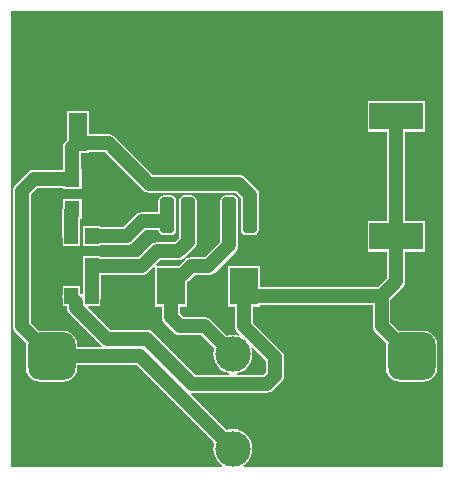
<source format=gtl>
G04*
G04 #@! TF.GenerationSoftware,Altium Limited,Altium Designer,20.0.13 (296)*
G04*
G04 Layer_Physical_Order=1*
G04 Layer_Color=255*
%FSLAX25Y25*%
%MOIN*%
G70*
G01*
G75*
%ADD13R,0.17913X0.09055*%
%ADD14R,0.06299X0.12598*%
%ADD15R,0.32992X0.41968*%
G04:AMPARAMS|DCode=16|XSize=47.24mil|YSize=120.08mil|CornerRadius=11.81mil|HoleSize=0mil|Usage=FLASHONLY|Rotation=0.000|XOffset=0mil|YOffset=0mil|HoleType=Round|Shape=RoundedRectangle|*
%AMROUNDEDRECTD16*
21,1,0.04724,0.09646,0,0,0.0*
21,1,0.02362,0.12008,0,0,0.0*
1,1,0.02362,0.01181,-0.04823*
1,1,0.02362,-0.01181,-0.04823*
1,1,0.02362,-0.01181,0.04823*
1,1,0.02362,0.01181,0.04823*
%
%ADD16ROUNDEDRECTD16*%
%ADD17R,0.09646X0.12402*%
%ADD18R,0.05118X0.05512*%
%ADD19R,0.04528X0.05315*%
%ADD29C,0.04724*%
G04:AMPARAMS|DCode=30|XSize=157.48mil|YSize=157.48mil|CornerRadius=39.37mil|HoleSize=0mil|Usage=FLASHONLY|Rotation=0.000|XOffset=0mil|YOffset=0mil|HoleType=Round|Shape=RoundedRectangle|*
%AMROUNDEDRECTD30*
21,1,0.15748,0.07874,0,0,0.0*
21,1,0.07874,0.15748,0,0,0.0*
1,1,0.07874,0.03937,-0.03937*
1,1,0.07874,-0.03937,-0.03937*
1,1,0.07874,-0.03937,0.03937*
1,1,0.07874,0.03937,0.03937*
%
%ADD30ROUNDEDRECTD30*%
%ADD31C,0.11811*%
G36*
X452014Y232659D02*
Y229004D01*
X450996Y227986D01*
X442398D01*
X442324Y228486D01*
X443467Y228833D01*
X444596Y229437D01*
X445587Y230249D01*
X446399Y231240D01*
X447003Y232370D01*
X447375Y233596D01*
X447501Y234871D01*
X447375Y236146D01*
X447182Y236784D01*
X447624Y237049D01*
X452014Y232659D01*
D02*
G37*
G36*
X414855Y263601D02*
Y250698D01*
X417290D01*
Y247228D01*
X417392Y246455D01*
X417691Y245735D01*
X418165Y245116D01*
X421188Y242093D01*
X421188Y242093D01*
X421806Y241619D01*
X422526Y241321D01*
X423299Y241219D01*
X423299Y241219D01*
X430394D01*
X434768Y236845D01*
X434556Y236146D01*
X434430Y234871D01*
X434556Y233596D01*
X434928Y232370D01*
X435532Y231240D01*
X436344Y230249D01*
X437335Y229437D01*
X438464Y228833D01*
X439607Y228486D01*
X439533Y227986D01*
X428737D01*
X414611Y242111D01*
X413993Y242586D01*
X413273Y242884D01*
X412500Y242986D01*
X400308D01*
X392807Y250487D01*
X392998Y250949D01*
X396836D01*
Y253379D01*
X396859Y253432D01*
X396870Y253517D01*
X396957Y253727D01*
X397059Y254500D01*
X396960Y255248D01*
Y261219D01*
X410529D01*
X411302Y261320D01*
X412022Y261619D01*
X412641Y262093D01*
X414355Y263808D01*
X414855Y263601D01*
D02*
G37*
G36*
X511000Y197411D02*
X444635D01*
X444513Y197897D01*
X444596Y197941D01*
X445587Y198754D01*
X446399Y199744D01*
X447003Y200874D01*
X447375Y202100D01*
X447501Y203375D01*
X447375Y204650D01*
X447003Y205876D01*
X446399Y207006D01*
X445587Y207996D01*
X444596Y208809D01*
X443467Y209413D01*
X442240Y209785D01*
X440966Y209910D01*
X439690Y209785D01*
X438991Y209572D01*
X426986Y221577D01*
X427220Y222051D01*
X427500Y222014D01*
X452233D01*
X453005Y222116D01*
X453726Y222414D01*
X454344Y222888D01*
X457112Y225656D01*
X457586Y226274D01*
X457884Y226995D01*
X457986Y227767D01*
X457986Y227768D01*
Y233896D01*
X457986Y233896D01*
X457884Y234669D01*
X457586Y235389D01*
X457112Y236007D01*
X457112Y236007D01*
X447672Y245447D01*
Y250698D01*
X450107D01*
Y251219D01*
X487543D01*
Y244205D01*
X487645Y243432D01*
X487943Y242712D01*
X488418Y242093D01*
X492059Y238453D01*
X492018Y238142D01*
Y230268D01*
X492174Y229084D01*
X492631Y227981D01*
X493358Y227033D01*
X494305Y226306D01*
X495408Y225849D01*
X496592Y225693D01*
X504466D01*
X505650Y225849D01*
X506754Y226306D01*
X507701Y227033D01*
X508428Y227981D01*
X508885Y229084D01*
X509041Y230268D01*
Y238142D01*
X508885Y239326D01*
X508428Y240429D01*
X507701Y241377D01*
X506754Y242104D01*
X505650Y242561D01*
X504466Y242717D01*
X496592D01*
X496282Y242676D01*
X493515Y245442D01*
Y252968D01*
X497602Y257054D01*
X498076Y257673D01*
X498374Y258393D01*
X498476Y259166D01*
Y269079D01*
X505045D01*
Y279331D01*
X498476D01*
Y309079D01*
X505045D01*
Y319331D01*
X485935D01*
Y309079D01*
X492504D01*
Y279331D01*
X485935D01*
Y269079D01*
X492504D01*
Y260403D01*
X489292Y257191D01*
X450107D01*
Y264296D01*
X439265D01*
Y250698D01*
X441700D01*
Y244210D01*
X441802Y243437D01*
X442100Y242717D01*
X442575Y242098D01*
X443144Y241529D01*
X442879Y241087D01*
X442240Y241281D01*
X440966Y241406D01*
X439690Y241281D01*
X438991Y241068D01*
X433743Y246317D01*
X433124Y246791D01*
X432404Y247089D01*
X431631Y247191D01*
X424536D01*
X423263Y248464D01*
Y250698D01*
X425698D01*
Y258818D01*
X426227Y259224D01*
X428221Y261219D01*
X432762D01*
X433535Y261321D01*
X434255Y261619D01*
X434873Y262093D01*
X441876Y269096D01*
X442350Y269714D01*
X442649Y270435D01*
X442751Y271207D01*
Y276323D01*
X442760Y276369D01*
Y286015D01*
X442622Y286709D01*
X442228Y287298D01*
X441640Y287691D01*
X440945Y287829D01*
X438583D01*
X437889Y287691D01*
X437300Y287298D01*
X436907Y286709D01*
X436769Y286015D01*
Y276369D01*
X436778Y276323D01*
Y272444D01*
X431525Y267191D01*
X426985D01*
X426212Y267089D01*
X425491Y266791D01*
X424873Y266317D01*
X422878Y264322D01*
X422737D01*
X422737Y264322D01*
X422543Y264296D01*
X415551D01*
X415344Y264796D01*
X416766Y266219D01*
X422762D01*
X423535Y266321D01*
X424255Y266619D01*
X424873Y267093D01*
X428096Y270317D01*
X428571Y270935D01*
X428869Y271655D01*
X428971Y272428D01*
Y276323D01*
X428980Y276369D01*
Y286015D01*
X428842Y286709D01*
X428449Y287298D01*
X427860Y287691D01*
X427166Y287829D01*
X424804D01*
X424109Y287691D01*
X423521Y287298D01*
X423128Y286709D01*
X422989Y286015D01*
Y276369D01*
X422999Y276323D01*
Y273665D01*
X421525Y272191D01*
X415529D01*
X414756Y272089D01*
X414036Y271791D01*
X413418Y271317D01*
X409292Y267191D01*
X396836D01*
Y267461D01*
X391112D01*
Y265032D01*
X391090Y264978D01*
X390988Y264205D01*
X390988Y264205D01*
Y255035D01*
X390488Y254828D01*
X389947Y255369D01*
Y257461D01*
X384222D01*
Y255031D01*
X384200Y254978D01*
X384098Y254205D01*
Y254008D01*
X384200Y253235D01*
X384222Y253182D01*
Y250949D01*
X385665D01*
Y250420D01*
X385767Y249647D01*
X386065Y248926D01*
X386540Y248308D01*
X396959Y237889D01*
X397217Y237691D01*
X397047Y237191D01*
X389041D01*
Y238142D01*
X388885Y239326D01*
X388428Y240429D01*
X387701Y241377D01*
X386754Y242104D01*
X385650Y242561D01*
X384466Y242717D01*
X376592D01*
X376282Y242676D01*
X373516Y245442D01*
Y287968D01*
X375808Y290261D01*
X384220D01*
Y289893D01*
X390535D01*
Y296601D01*
X390364D01*
Y302019D01*
X393109D01*
Y302151D01*
X398360D01*
X410953Y289558D01*
X411571Y289084D01*
X412292Y288785D01*
X413064Y288684D01*
X441827D01*
X443668Y286843D01*
Y286062D01*
X443659Y286015D01*
Y276369D01*
X443797Y275675D01*
X444190Y275086D01*
X444779Y274693D01*
X445473Y274555D01*
X447835D01*
X448529Y274693D01*
X449118Y275086D01*
X449511Y275675D01*
X449650Y276369D01*
Y286015D01*
X449640Y286062D01*
Y288080D01*
X449539Y288853D01*
X449240Y289573D01*
X448766Y290192D01*
X445176Y293781D01*
X444558Y294256D01*
X443837Y294554D01*
X443064Y294656D01*
X414301D01*
X401709Y307248D01*
X401090Y307723D01*
X400370Y308021D01*
X399597Y308123D01*
X393109D01*
Y315815D01*
X385613D01*
Y306242D01*
X385266Y305896D01*
X384792Y305277D01*
X384493Y304557D01*
X384392Y303784D01*
Y296601D01*
X384220D01*
Y296233D01*
X374571D01*
X373798Y296131D01*
X373078Y295833D01*
X372460Y295359D01*
X368418Y291317D01*
X367943Y290698D01*
X367645Y289978D01*
X367543Y289205D01*
Y244205D01*
X367645Y243432D01*
X367943Y242712D01*
X368418Y242093D01*
X372059Y238453D01*
X372018Y238142D01*
Y230268D01*
X372174Y229084D01*
X372631Y227981D01*
X373358Y227033D01*
X374305Y226306D01*
X375408Y225849D01*
X376592Y225693D01*
X384466D01*
X385650Y225849D01*
X386754Y226306D01*
X387701Y227033D01*
X388428Y227981D01*
X388885Y229084D01*
X389041Y230268D01*
Y231219D01*
X408898D01*
X434768Y205349D01*
X434556Y204650D01*
X434430Y203375D01*
X434556Y202100D01*
X434928Y200874D01*
X435532Y199744D01*
X436344Y198754D01*
X437335Y197941D01*
X437418Y197897D01*
X437296Y197411D01*
X366953D01*
Y349189D01*
X511000D01*
X511000Y197411D01*
D02*
G37*
%LPC*%
G36*
X420276Y287829D02*
X417914D01*
X417220Y287691D01*
X416631Y287298D01*
X416238Y286709D01*
X416100Y286015D01*
Y282191D01*
X410529D01*
X409756Y282089D01*
X409036Y281791D01*
X408418Y281317D01*
X404292Y277191D01*
X396836D01*
Y277461D01*
X391112D01*
Y275032D01*
X391090Y274978D01*
X390988Y274205D01*
X391090Y273432D01*
X391112Y273378D01*
Y270949D01*
X396836D01*
Y271219D01*
X405529D01*
X406302Y271321D01*
X407022Y271619D01*
X407641Y272094D01*
X411766Y276219D01*
X416129D01*
X416238Y275675D01*
X416631Y275086D01*
X417220Y274693D01*
X417914Y274555D01*
X420276D01*
X420970Y274693D01*
X421559Y275086D01*
X421952Y275675D01*
X422091Y276369D01*
Y286015D01*
X421952Y286709D01*
X421559Y287298D01*
X420970Y287691D01*
X420276Y287829D01*
D02*
G37*
G36*
X390535Y286601D02*
X384220D01*
Y283579D01*
X384200Y283530D01*
X384098Y282757D01*
Y274205D01*
X384200Y273432D01*
X384222Y273378D01*
Y270949D01*
X389947D01*
Y273378D01*
X389969Y273432D01*
X390071Y274205D01*
Y279893D01*
X390535D01*
Y286601D01*
D02*
G37*
%LPD*%
D13*
X495490Y274205D02*
D03*
X465569D02*
D03*
X495490Y314205D02*
D03*
X465569D02*
D03*
D14*
X389361Y308917D02*
D03*
Y328602D02*
D03*
D15*
X432874Y317806D02*
D03*
D16*
X419095Y281192D02*
D03*
X425985D02*
D03*
X432874D02*
D03*
X439764D02*
D03*
X446654D02*
D03*
D17*
X420277Y257497D02*
D03*
X444686D02*
D03*
D18*
X387378Y283247D02*
D03*
X393677D02*
D03*
X387378Y293247D02*
D03*
X393677D02*
D03*
D19*
X393974Y264205D02*
D03*
X387084D02*
D03*
X387084Y254205D02*
D03*
X393974D02*
D03*
X393974Y274205D02*
D03*
X387085D02*
D03*
D29*
X420277Y247228D02*
X423299Y244205D01*
X420277Y247228D02*
Y257497D01*
X423299Y244205D02*
X431631D01*
X440966Y234871D01*
X427500Y225000D02*
X452233D01*
X412500Y240000D02*
X427500Y225000D01*
X380529Y234205D02*
X410135D01*
X399071Y240000D02*
X412500D01*
X410135Y234205D02*
X440966Y203375D01*
X420277Y257497D02*
Y258875D01*
X444686Y256666D02*
Y257497D01*
Y244210D02*
Y256666D01*
X387084Y254008D02*
Y254205D01*
Y254008D02*
X388651Y252441D01*
Y250420D02*
Y252441D01*
Y250420D02*
X399071Y240000D01*
X455000Y227767D02*
Y233896D01*
X452233Y225000D02*
X455000Y227767D01*
X444686Y244210D02*
X455000Y233896D01*
X426985Y264205D02*
X432762D01*
X439764Y271207D02*
Y281192D01*
X432762Y264205D02*
X439764Y271207D01*
X420277Y258875D02*
X422737Y261336D01*
X424115D01*
X426985Y264205D01*
X393974Y254402D02*
X394073Y254500D01*
X422762Y269205D02*
X425985Y272428D01*
Y281192D01*
X415529Y269205D02*
X422762D01*
X393974Y254205D02*
Y254402D01*
X446654Y281192D02*
Y288080D01*
X413064Y291670D02*
X443064D01*
X446654Y288080D01*
X399597Y305137D02*
X413064Y291670D01*
X389361Y305767D02*
Y305924D01*
Y308917D01*
Y305924D02*
X390148Y305137D01*
X399597D01*
X393974Y254205D02*
X393974Y254205D01*
X393974Y254205D02*
Y264205D01*
X393974Y264205D02*
X393974Y264205D01*
X393974Y264205D02*
X410529D01*
X415529Y269205D01*
X410529Y279205D02*
X419095D01*
Y281192D01*
X393974Y274205D02*
X405529D01*
X410529Y279205D01*
X387085Y274205D02*
Y282757D01*
X387378Y283050D01*
Y283247D01*
Y293247D02*
Y303784D01*
X389361Y305767D01*
X374571Y293247D02*
X387378D01*
X370529Y289205D02*
X374571Y293247D01*
X370529Y244205D02*
Y289205D01*
Y244205D02*
X380529Y234205D01*
X444686Y256666D02*
X447147Y254205D01*
X490529D01*
X500529Y234205D02*
Y234205D01*
X490529Y244205D02*
X500529Y234205D01*
X490529Y244205D02*
Y254205D01*
X495490Y259166D02*
Y274205D01*
X490529Y254205D02*
X495490Y259166D01*
Y274205D02*
Y314205D01*
D30*
X500529Y234205D02*
D03*
X499869Y206995D02*
D03*
X380529Y234205D02*
D03*
X380158Y206991D02*
D03*
D31*
X440966Y234871D02*
D03*
Y203375D02*
D03*
M02*

</source>
